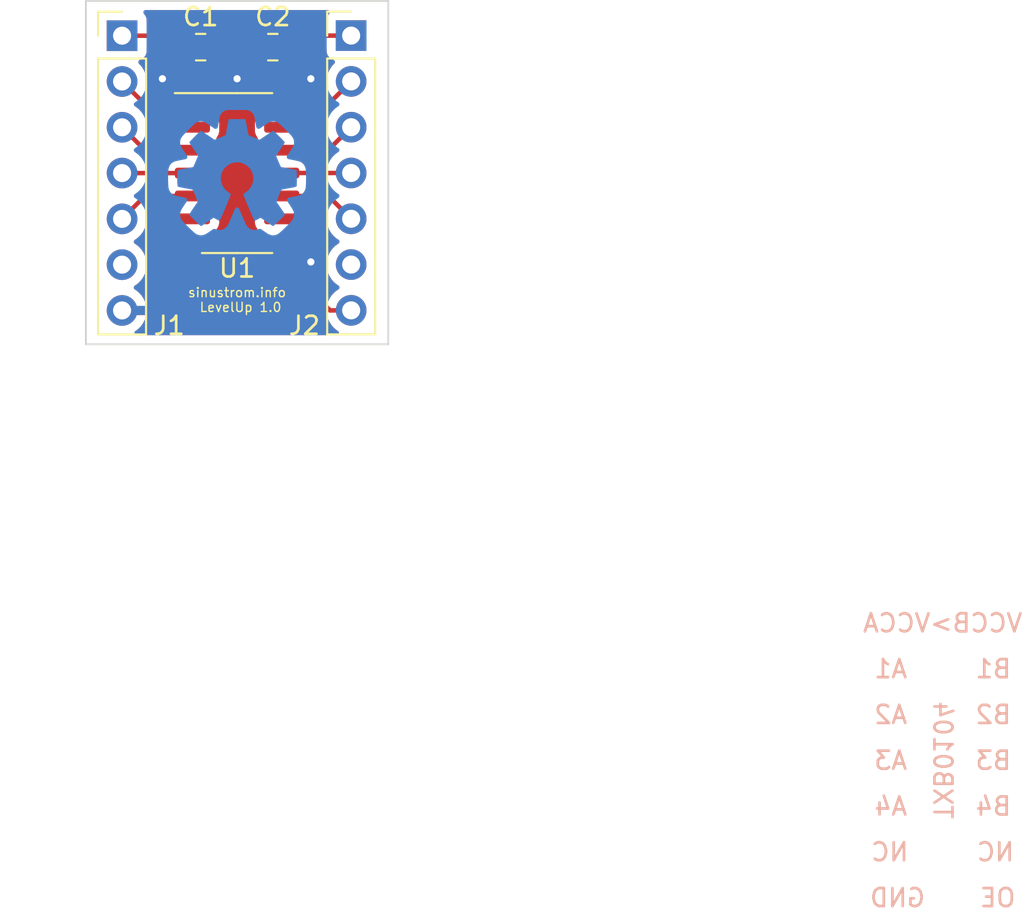
<source format=kicad_pcb>
(kicad_pcb (version 20211014) (generator pcbnew)
  (title_block (title "TXB0104-breakout") (date "2022-01-22") (rev "1.0") (company "sinustrom.info") (comment 1 "https://github.com/zpuskas/TXB0104-breakout") (comment 2 "Breadboard breakout") (comment 3 "Bidirectional Voltage-level Translator With Automatic Direction Sensing"))
  (layers (0 "F.Cu" signal) (31 "B.Cu" signal) (34 "B.Paste" user) (35 "F.Paste" user) (36 "B.SilkS" user "B.Silkscreen") (37 "F.SilkS" user "F.Silkscreen") (38 "B.Mask" user) (39 "F.Mask" user) (44 "Edge.Cuts" user))
  (net 0 "")
  (net 1 "+3V3")
  (net 2 "GND")
  (net 3 "+5V")
  (net 4 "/A1")
  (net 5 "/A2")
  (net 6 "/A3")
  (net 7 "/A4")
  (net 9 "/B1")
  (net 10 "/B2")
  (net 11 "/B3")
  (net 12 "/B4")
  (net 14 "/OE")
  (footprint "Capacitor_SMD:C_0805_2012Metric" (layer "F.Cu") (at 105.6772 58.9026)
    (fp_text reference "C1" (at 0 -1.68) (layer "F.SilkS"))
    (fp_text value "0.1u")
    (fp_line (start -0.261252 0.735) (end 0.261252 0.735) (layer "F.SilkS") (width 0.12))
    (fp_line (start -0.261252 -0.735) (end 0.261252 -0.735) (layer "F.SilkS") (width 0.12))
    (pad "1" smd roundrect (at -0.95 0) (size 1 1.45) (layers "F.Cu" "F.Paste" "F.Mask") (net 1 "+3V3"))
    (pad "2" smd roundrect (at 0.95 0) (size 1 1.45) (layers "F.Cu" "F.Paste" "F.Mask") (net 2 "GND"))
  )
  (footprint "Package_SO:SOIC-14_3.9x8.7mm_P1.27mm" (layer "F.Cu") (at 107.696 65.8876)
    (fp_text reference "U1" (at 0 5.28) (layer "F.SilkS"))
    (fp_text value "TXB0104D")
    (fp_line (start 0 4.435) (end 1.95 4.435) (layer "F.SilkS") (width 0.12))
    (fp_line (start 0 4.435) (end -1.95 4.435) (layer "F.SilkS") (width 0.12))
    (fp_line (start 0 -4.435) (end 1.95 -4.435) (layer "F.SilkS") (width 0.12))
    (fp_line (start 0 -4.435) (end -3.45 -4.435) (layer "F.SilkS") (width 0.12))
    (pad "1" smd roundrect (at -2.475 -3.81) (size 1.95 0.6) (layers "F.Cu" "F.Paste" "F.Mask") (net 1 "+3V3"))
    (pad "2" smd roundrect (at -2.475 -2.54) (size 1.95 0.6) (layers "F.Cu" "F.Paste" "F.Mask") (net 4 "/A1"))
    (pad "3" smd roundrect (at -2.475 -1.27) (size 1.95 0.6) (layers "F.Cu" "F.Paste" "F.Mask") (net 5 "/A2"))
    (pad "4" smd roundrect (at -2.475 0) (size 1.95 0.6) (layers "F.Cu" "F.Paste" "F.Mask") (net 6 "/A3"))
    (pad "5" smd roundrect (at -2.475 1.27) (size 1.95 0.6) (layers "F.Cu" "F.Paste" "F.Mask") (net 7 "/A4"))
    (pad "6" smd roundrect (at -2.475 2.54) (size 1.95 0.6) (layers "F.Cu" "F.Paste" "F.Mask"))
    (pad "7" smd roundrect (at -2.475 3.81) (size 1.95 0.6) (layers "F.Cu" "F.Paste" "F.Mask") (net 2 "GND"))
    (pad "8" smd roundrect (at 2.475 3.81) (size 1.95 0.6) (layers "F.Cu" "F.Paste" "F.Mask") (net 14 "/OE"))
    (pad "9" smd roundrect (at 2.475 2.54) (size 1.95 0.6) (layers "F.Cu" "F.Paste" "F.Mask"))
    (pad "10" smd roundrect (at 2.475 1.27) (size 1.95 0.6) (layers "F.Cu" "F.Paste" "F.Mask") (net 12 "/B4"))
    (pad "11" smd roundrect (at 2.475 0) (size 1.95 0.6) (layers "F.Cu" "F.Paste" "F.Mask") (net 11 "/B3"))
    (pad "12" smd roundrect (at 2.475 -1.27) (size 1.95 0.6) (layers "F.Cu" "F.Paste" "F.Mask") (net 10 "/B2"))
    (pad "13" smd roundrect (at 2.475 -2.54) (size 1.95 0.6) (layers "F.Cu" "F.Paste" "F.Mask") (net 9 "/B1"))
    (pad "14" smd roundrect (at 2.475 -3.81) (size 1.95 0.6) (layers "F.Cu" "F.Paste" "F.Mask") (net 3 "+5V"))
  )
  (footprint "Capacitor_SMD:C_0805_2012Metric" (layer "F.Cu") (at 109.6772 58.9026 180)
    (fp_text reference "C2" (at 0 1.68) (layer "F.SilkS"))
    (fp_text value "0.1u")
    (fp_line (start -0.261252 0.735) (end 0.261252 0.735) (layer "F.SilkS") (width 0.12))
    (fp_line (start -0.261252 -0.735) (end 0.261252 -0.735) (layer "F.SilkS") (width 0.12))
    (pad "1" smd roundrect (at -0.95 0 180) (size 1 1.45) (layers "F.Cu" "F.Paste" "F.Mask") (net 3 "+5V"))
    (pad "2" smd roundrect (at 0.95 0 180) (size 1 1.45) (layers "F.Cu" "F.Paste" "F.Mask") (net 2 "GND"))
  )
  (footprint "Connector_PinHeader_2.54mm:PinHeader_1x07_P2.54mm_Vertical" (layer "F.Cu") (at 101.3206 58.2676)
    (fp_text reference "J1" (at 2.6162 16.0782) (layer "F.SilkS"))
    (fp_text value "Conn_01x07_Male")
    (fp_line (start -1.33 -1.33) (end 0 -1.33) (layer "F.SilkS") (width 0.12))
    (fp_line (start -1.33 16.57) (end 1.33 16.57) (layer "F.SilkS") (width 0.12))
    (fp_line (start 1.33 1.27) (end 1.33 16.57) (layer "F.SilkS") (width 0.12))
    (fp_line (start -1.33 1.27) (end 1.33 1.27) (layer "F.SilkS") (width 0.12))
    (fp_line (start -1.33 1.27) (end -1.33 16.57) (layer "F.SilkS") (width 0.12))
    (fp_line (start -1.33 0) (end -1.33 -1.33) (layer "F.SilkS") (width 0.12))
    (pad "1" thru_hole rect (at 0 0) (size 1.7 1.7) (drill 1) (layers *.Cu *.Mask) (net 1 "+3V3"))
    (pad "2" thru_hole oval (at 0 2.54) (size 1.7 1.7) (drill 1) (layers *.Cu *.Mask) (net 4 "/A1"))
    (pad "3" thru_hole oval (at 0 5.08) (size 1.7 1.7) (drill 1) (layers *.Cu *.Mask) (net 5 "/A2"))
    (pad "4" thru_hole oval (at 0 7.62) (size 1.7 1.7) (drill 1) (layers *.Cu *.Mask) (net 6 "/A3"))
    (pad "5" thru_hole oval (at 0 10.16) (size 1.7 1.7) (drill 1) (layers *.Cu *.Mask) (net 7 "/A4"))
    (pad "6" thru_hole oval (at 0 12.7) (size 1.7 1.7) (drill 1) (layers *.Cu *.Mask))
    (pad "7" thru_hole oval (at 0 15.24) (size 1.7 1.7) (drill 1) (layers *.Cu *.Mask) (net 2 "GND"))
  )
  (footprint "Connector_PinHeader_2.54mm:PinHeader_1x07_P2.54mm_Vertical" (layer "F.Cu") (at 114.0206 58.2626)
    (fp_text reference "J2" (at -2.5908 16.0832) (layer "F.SilkS"))
    (fp_text value "Conn_01x07_Male")
    (fp_line (start -1.33 0) (end -1.33 -1.33) (layer "F.SilkS") (width 0.12))
    (fp_line (start -1.33 1.27) (end 1.33 1.27) (layer "F.SilkS") (width 0.12))
    (fp_line (start -1.33 -1.33) (end 0 -1.33) (layer "F.SilkS") (width 0.12))
    (fp_line (start -1.33 1.27) (end -1.33 16.57) (layer "F.SilkS") (width 0.12))
    (fp_line (start -1.33 16.57) (end 1.33 16.57) (layer "F.SilkS") (width 0.12))
    (fp_line (start 1.33 1.27) (end 1.33 16.57) (layer "F.SilkS") (width 0.12))
    (pad "1" thru_hole rect (at 0 0) (size 1.7 1.7) (drill 1) (layers *.Cu *.Mask) (net 3 "+5V"))
    (pad "2" thru_hole oval (at 0 2.54) (size 1.7 1.7) (drill 1) (layers *.Cu *.Mask) (net 9 "/B1"))
    (pad "3" thru_hole oval (at 0 5.08) (size 1.7 1.7) (drill 1) (layers *.Cu *.Mask) (net 10 "/B2"))
    (pad "4" thru_hole oval (at 0 7.62) (size 1.7 1.7) (drill 1) (layers *.Cu *.Mask) (net 11 "/B3"))
    (pad "5" thru_hole oval (at 0 10.16) (size 1.7 1.7) (drill 1) (layers *.Cu *.Mask) (net 12 "/B4"))
    (pad "6" thru_hole oval (at 0 12.7) (size 1.7 1.7) (drill 1) (layers *.Cu *.Mask))
    (pad "7" thru_hole oval (at 0 15.24) (size 1.7 1.7) (drill 1) (layers *.Cu *.Mask) (net 14 "/OE"))
  )
  (footprint "Symbol:OSHW-Symbol_6.7x6mm_Copper" (layer "B.Cu") (at 107.705251 65.876105 180)
    (fp_text reference "REF1" hide)
    (fp_text value "OSHW-Symbol_6.7x6mm_Copper" hide)
    (fp_poly (pts (xy 0.555814 2.531069) (xy 0.639635 2.086445) (xy 0.94892 1.958947) (xy 1.258206 1.831449) (xy 1.629246 2.083754) (xy 1.733157 2.154004) (xy 1.827087 2.216728) (xy 1.906652 2.269062) (xy 1.96747 2.308143) (xy 2.005157 2.331107) (xy 2.015421 2.336058) (xy 2.03391 2.323324) (xy 2.07342 2.288118) (xy 2.129522 2.234938) (xy 2.197787 2.168282) (xy 2.273786 2.092646) (xy 2.353092 2.012528) (xy 2.431275 1.932426) (xy 2.503907 1.856836) (xy 2.566559 1.790255) (xy 2.614803 1.737182) (xy 2.64421 1.702113) (xy 2.651241 1.690377) (xy 2.641123 1.66874) (xy 2.612759 1.621338) (xy 2.569129 1.552807) (xy 2.513218 1.467785) (xy 2.448006 1.370907) (xy 2.410219 1.31565) (xy 2.341343 1.214752) (xy 2.28014 1.123701) (xy 2.229578 1.04703) (xy 2.192628 0.989272) (xy 2.172258 0.954957) (xy 2.169197 0.947746) (xy 2.176136 0.927252) (xy 2.195051 0.879487) (xy 2.223087 0.811168) (xy 2.257391 0.729011) (xy 2.295109 0.63973) (xy 2.333387 0.550042) (xy 2.36937 0.466662) (xy 2.400206 0.396306) (xy 2.423039 0.34569) (xy 2.435017 0.321529) (xy 2.435724 0.320578) (xy 2.454531 0.315964) (xy 2.504618 0.305672) (xy 2.580793 0.290713) (xy 2.677865 0.272099) (xy 2.790643 0.250841) (xy 2.856442 0.238582) (xy 2.97695 0.215638) (xy 3.085797 0.193805) (xy 3.177476 0.174278) (xy 3.246481 0.158252) (xy 3.287304 0.146921) (xy 3.295511 0.143326) (xy 3.303548 0.118994) (xy 3.310033 0.064041) (xy 3.31497 -0.015108) (xy 3.318364 -0.112026) (xy 3.320218 -0.220287) (xy 3.320538 -0.333465) (xy 3.319327 -0.445135) (xy 3.31659 -0.548868) (xy 3.312331 -0.638241) (xy 3.306555 -0.706826) (xy 3.299267 -0.748197) (xy 3.294895 -0.75681) (xy 3.268764 -0.767133) (xy 3.213393 -0.781892) (xy 3.136107 -0.799352) (xy 3.04423 -0.81778) (xy 3.012158 -0.823741) (xy 2.857524 -0.852066) (xy 2.735375 -0.874876) (xy 2.641673 -0.89308) (xy 2.572384 -0.907583) (xy 2.523471 -0.919292) (xy 2.490897 -0.929115) (xy 2.470628 -0.937956) (xy 2.458626 -0.946724) (xy 2.456947 -0.948457) (xy 2.440184 -0.976371) (xy 2.414614 -1.030695) (xy 2.382788 -1.104777) (xy 2.34726 -1.191965) (xy 2.310583 -1.285608) (xy 2.275311 -1.379052) (xy 2.243996 -1.465647) (xy 2.219193 -1.53874) (xy 2.203454 -1.591678) (xy 2.199332 -1.617811) (xy 2.199676 -1.618726) (xy 2.213641 -1.640086) (xy 2.245322 -1.687084) (xy 2.291391 -1.754827) (xy 2.348518 -1.838423) (xy 2.413373 -1.932982) (xy 2.431843 -1.959854) (xy 2.497699 -2.057275) (xy 2.55565 -2.146163) (xy 2.602538 -2.221412) (xy 2.635207 -2.27792) (xy 2.6505 -2.310581) (xy 2.651241 -2.314593) (xy 2.638392 -2.335684) (xy 2.602888 -2.377464) (xy 2.549293 -2.435445) (xy 2.482171 -2.505135) (xy 2.406087 -2.582045) (xy 2.325604 -2.661683) (xy 2.245287 -2.739561) (xy 2.169699 -2.811186) (xy 2.103405 -2.87207) (xy 2.050969 -2.917721) (xy 2.016955 -2.94365) (xy 2.007545 -2.947883) (xy 1.985643 -2.937912) (xy 1.9408 -2.91102) (xy 1.880321 -2.871736) (xy 1.833789 -2.840117) (xy 1.749475 -2.782098) (xy 1.649626 -2.713784) (xy 1.549473 -2.645579) (xy 1.495627 -2.609075) (xy 1.313371 -2.4858) (xy 1.160381 -2.56852) (xy 1.090682 -2.604759) (xy 1.031414 -2.632926) (xy 0.991311 -2.648991) (xy 0.981103 -2.651226) (xy 0.968829 -2.634722) (xy 0.944613 -2.588082) (xy 0.910263 -2.515609) (xy 0.867588 -2.421606) (xy 0.818394 -2.310374) (xy 0.76449 -2.186215) (xy 0.707684 -2.053432) (xy 0.649782 -1.916327) (xy 0.592593 -1.779202) (xy 0.537924 -1.646358) (xy 0.487584 -1.522098) (xy 0.44338 -1.410725) (xy 0.407119 -1.316539) (xy 0.380609 -1.243844) (xy 0.365658 -1.196941) (xy 0.363254 -1.180833) (xy 0.382311 -1.160286) (xy 0.424036 -1.126933) (xy 0.479706 -1.087702) (xy 0.484378 -1.084599) (xy 0.628264 -0.969423) (xy 0.744283 -0.835053) (xy 0.83143 -0.685784) (xy 0.888699 -0.525913) (xy 0.915086 -0.359737) (xy 0.909585 -0.191552) (xy 0.87119 -0.025655) (xy 0.798895 0.133658) (xy 0.777626 0.168513) (xy 0.666996 0.309263) (xy 0.536302 0.422286) (xy 0.390064 0.506997) (xy 0.232808 0.562806) (xy 0.069057 0.589126) (xy -0.096667 0.58537) (xy -0.259838 0.55095) (xy -0.415935 0.485277) (xy -0.560433 0.387765) (xy -0.605131 0.348187) (xy -0.718888 0.224297) (xy -0.801782 0.093876) (xy -0.858644 -0.052315) (xy -0.890313 -0.197088) (xy -0.898131 -0.35986) (xy -0.872062 -0.52344) (xy -0.814755 -0.682298) (xy -0.728856 -0.830906) (xy -0.617014 -0.963735) (xy -0.481877 -1.075256) (xy -0.464117 -1.087011) (xy -0.40785 -1.125508) (xy -0.365077 -1.158863) (xy -0.344628 -1.18016) (xy -0.344331 -1.180833) (xy -0.348721 -1.203871) (xy -0.366124 -1.256157) (xy -0.394732 -1.33339) (xy -0.432735 -1.431268) (xy -0.478326 -1.545491) (xy -0.529697 -1.671758) (xy -0.585038 -1.805767) (xy -0.642542 -1.943218) (xy -0.700399 -2.079808) (xy -0.756802 -2.211237) (xy -0.809942 -2.333205) (xy -0.85801 -2.441409) (xy -0.899199 -2.531549) (xy -0.931699 -2.599323) (xy -0.953703 -2.64043) (xy -0.962564 -2.651226) (xy -0.98964 -2.642819) (xy -1.040303 -2.620272) (xy -1.105817 -2.587613) (xy -1.141841 -2.56852) (xy -1.294832 -2.4858) (xy -1.477088 -2.609075) (xy -1.570125 -2.672228) (xy -1.671985 -2.741727) (xy -1.767438 -2.807165) (xy -1.81525 -2.840117) (xy -1.882495 -2.885273) (xy -1.939436 -2.921057) (xy -1.978646 -2.942938) (xy -1.991381 -2.947563) (xy -2.009917 -2.935085) (xy -2.050941 -2.900252) (xy -2.110475 -2.846678) (xy -2.184542 -2.777983) (xy -2.269165 -2.697781) (xy -2.322685 -2.646286) (xy -2.416319 -2.554286) (xy -2.497241 -2.471999) (xy -2.562177 -2.402945) (xy -2.607858 -2.350644) (xy -2.631011 -2.318616) (xy -2.633232 -2.312116) (xy -2.622924 -2.287394) (xy -2.594439 -2.237405) (xy -2.550937 -2.167212) (xy -2.495577 -2.081875) (xy -2.43152 -1.986456) (xy -2.413303 -1.959854) (xy -2.346927 -1.863167) (xy -2.287378 -1.776117) (xy -2.237984 -1.703595) (xy -2.202075 -1.650493) (xy -2.182981 -1.621703) (xy -2.181136 -1.618726) (xy -2.183895 -1.595782) (xy -2.198538 -1.545336) (xy -2.222513 -1.474041) (xy -2.253266 -1.388547) (xy -2.288244 -1.295507) (xy -2.324893 -1.201574) (xy -2.360661 -1.113399) (xy -2.392994 -1.037634) (xy -2.419338 -0.980931) (xy -2.437142 -0.949943) (xy -2.438407 -0.948457) (xy -2.449294 -0.939601) (xy -2.467682 -0.930843) (xy -2.497606 -0.921277) (xy -2.543103 -0.909996) (xy -2.608209 -0.896093) (xy -2.696961 -0.878663) (xy -2.813393 -0.856798) (xy -2.961542 -0.829591) (xy -2.993618 -0.823741) (xy -3.088686 -0.805374) (xy -3.171565 -0.787405) (xy -3.23493 -0.771569) (xy -3.271458 -0.7596) (xy -3.276356 -0.75681) (xy -3.284427 -0.732072) (xy -3.290987 -0.67679) (xy -3.296033 -0.597389) (xy -3.299559 -0.500296) (xy -3.301561 -0.391938) (xy -3.302036 -0.27874) (xy -3.300977 -0.167128) (xy -3.298382 -0.063529) (xy -3.294246 0.025632) (xy -3.288563 0.093928) (xy -3.281331 0.134934) (xy -3.276971 0.143326) (xy -3.252698 0.151792) (xy -3.197426 0.165565) (xy -3.116662 0.18345) (xy -3.015912 0.204252) (xy -2.900683 0.226777) (xy -2.837902 0.238582) (xy -2.718787 0.260849) (xy -2.612565 0.281021) (xy -2.524427 0.298085) (xy -2.459566 0.311031) (xy -2.423174 0.318845) (xy -2.417184 0.320578) (xy -2.407061 0.34011) (xy -2.385662 0.387157) (xy -2.355839 0.454997) (xy -2.320445 0.536909) (xy -2.282332 0.626172) (xy -2.244353 0.716065) (xy -2.20936 0.799865) (xy -2.180206 0.870853) (xy -2.159743 0.922306) (xy -2.150823 0.947503) (xy -2.150657 0.948604) (xy -2.160769 0.968481) (xy -2.189117 1.014223) (xy -2.232723 1.081283) (xy -2.288606 1.165116) (xy -2.353787 1.261174) (xy -2.391679 1.31635) (xy -2.460725 1.417519) (xy -2.52205 1.50937) (xy -2.572663 1.587256) (xy -2.609571 1.646531) (xy -2.629782 1.682549) (xy -2.632701 1.690623) (xy -2.620153 1.709416) (xy -2.585463 1.749543) (xy -2.533063 1.806507) (xy -2.467384 1.875815) (xy -2.392856 1.952969) (xy -2.313913 2.033475) (xy -2.234983 2.112837) (xy -2.1605 2.18656) (xy -2.094894 2.250148) (xy -2.042596 2.299106) (xy -2.008039 2.328939) (xy -1.996478 2.336058) (xy -1.977654 2.326047) (xy -1.932631 2.297922) (xy -1.865787 2.254546) (xy -1.781499 2.198782) (xy -1.684144 2.133494) (xy -1.610707 2.083754) (xy -1.239667 1.831449) (xy -0.621095 2.086445) (xy -0.537275 2.531069) (xy -0.453454 2.975693) (xy 0.471994 2.975693) (xy 0.555814 2.531069)) (layer "B.Cu") (width 0.01) (fill solid))
  )
  (gr_rect (start 99.314 56.3372) (end 116.078 75.3872) (layer "Edge.Cuts") (width 0.1) (fill none))
  (gr_text "TXB0104" (at 146.812 98.4504 270) (layer "B.SilkS") (effects (font (size 1 1)) (justify mirror)))
  (gr_text "NC     NC" (at 146.812 103.550796) (layer "B.SilkS") (effects (font (size 1 1)) (justify mirror)))
  (gr_text "B1     A1" (at 146.812 93.390796) (layer "B.SilkS") (effects (font (size 1 1)) (justify mirror)))
  (gr_text "VCCB>VCCA" (at 146.812 90.8508) (layer "B.SilkS") (effects (font (size 1 1)) (justify mirror)))
  (gr_text "B4     A4" (at 146.812 101.010796) (layer "B.SilkS") (effects (font (size 1 1)) (justify mirror)))
  (gr_text "B2     A2" (at 146.812 95.930796) (layer "B.SilkS") (effects (font (size 1 1)) (justify mirror)))
  (gr_text "B3     A3" (at 146.812 98.470796) (layer "B.SilkS") (effects (font (size 1 1)) (justify mirror)))
  (gr_text "OE    GND" (at 146.812 106.090796) (layer "B.SilkS") (effects (font (size 1 1)) (justify mirror)))
  (gr_text "sinustrom.info\n LevelUp 1.0" (at 107.696 72.9234) (layer "F.SilkS") (effects (font (size 0.508 0.508) (thickness 0.0762))))
  (segment (start 101.3206 58.2676) (end 104.0922 58.2676) (width 0.25) (layer "F.Cu") (net 1))
  (segment (start 104.7272 62.0044) (end 104.7272 58.9026) (width 0.25) (layer "F.Cu") (net 1))
  (segment (start 104.8004 62.0776) (end 104.7272 62.0044) (width 0.25) (layer "F.Cu") (net 1))
  (segment (start 105.221 62.0776) (end 104.8004 62.0776) (width 0.25) (layer "F.Cu") (net 1))
  (segment (start 104.0922 58.2676) (end 104.7272 58.9026) (width 0.25) (layer "F.Cu") (net 1))
  (via (at 103.5558 60.6552) (size 0.8) (drill 0.4) (layers "F.Cu" "B.Cu") (net 2))
  (via (at 107.696 60.6552) (size 0.8) (drill 0.4) (layers "F.Cu" "B.Cu") (net 2))
  (via (at 111.7854 60.6552) (size 0.8) (drill 0.4) (layers "F.Cu" "B.Cu") (net 2))
  (via (at 111.7854 70.8152) (size 0.8) (drill 0.4) (layers "F.Cu" "B.Cu") (net 2))
  (segment (start 114.0206 58.2626) (end 111.2672 58.2626) (width 0.25) (layer "F.Cu") (net 3))
  (segment (start 111.2672 58.2626) (end 110.6272 58.9026) (width 0.25) (layer "F.Cu") (net 3))
  (segment (start 110.5916 62.0776) (end 110.6272 62.042) (width 0.25) (layer "F.Cu") (net 3))
  (segment (start 110.6272 62.042) (end 110.6272 58.9026) (width 0.25) (layer "F.Cu") (net 3))
  (segment (start 110.171 62.0776) (end 110.5916 62.0776) (width 0.25) (layer "F.Cu") (net 3))
  (segment (start 103.8606 63.3476) (end 101.3206 60.8076) (width 0.25) (layer "F.Cu") (net 4))
  (segment (start 105.221 63.3476) (end 103.8606 63.3476) (width 0.25) (layer "F.Cu") (net 4))
  (segment (start 102.5906 64.6176) (end 101.3206 63.3476) (width 0.25) (layer "F.Cu") (net 5))
  (segment (start 105.221 64.6176) (end 102.5906 64.6176) (width 0.25) (layer "F.Cu") (net 5))
  (segment (start 105.221 65.8876) (end 101.3206 65.8876) (width 0.25) (layer "F.Cu") (net 6))
  (segment (start 102.5906 67.1576) (end 101.3206 68.4276) (width 0.25) (layer "F.Cu") (net 7))
  (segment (start 105.221 67.1576) (end 102.5906 67.1576) (width 0.25) (layer "F.Cu") (net 7))
  (segment (start 111.4756 63.3476) (end 114.0206 60.8026) (width 0.25) (layer "F.Cu") (net 9))
  (segment (start 110.171 63.3476) (end 111.4756 63.3476) (width 0.25) (layer "F.Cu") (net 9))
  (segment (start 112.7456 64.6176) (end 114.0206 63.3426) (width 0.25) (layer "F.Cu") (net 10))
  (segment (start 110.171 64.6176) (end 112.7456 64.6176) (width 0.25) (layer "F.Cu") (net 10))
  (segment (start 110.171 65.8876) (end 110.176 65.8826) (width 0.25) (layer "F.Cu") (net 11))
  (segment (start 110.176 65.8826) (end 114.0206 65.8826) (width 0.25) (layer "F.Cu") (net 11))
  (segment (start 112.7556 67.1576) (end 114.0206 68.4226) (width 0.25) (layer "F.Cu") (net 12))
  (segment (start 110.171 67.1576) (end 112.7556 67.1576) (width 0.25) (layer "F.Cu") (net 12))
  (segment (start 112.8472 73.5026) (end 110.171 70.8264) (width 0.25) (layer "F.Cu") (net 14))
  (segment (start 114.0206 73.5026) (end 112.8472 73.5026) (width 0.25) (layer "F.Cu") (net 14))
  (segment (start 110.171 70.8264) (end 110.171 69.6976) (width 0.25) (layer "F.Cu") (net 14))
  (zone (net 2) (net_name "GND") (layer "F.Cu") (connect_pads (clearance 0.508)) (min_thickness 0.254) (fill yes (thermal_gap 0.508) (thermal_bridge_width 0.508))
    (polygon (pts (xy 116.078 75.3872) (xy 99.314 75.3872) (xy 99.314 56.3372) (xy 116.078 56.3372)))
  )
  (zone (net 2) (net_name "GND") (layer "B.Cu") (connect_pads (clearance 0.508)) (min_thickness 0.254) (fill yes (thermal_gap 0.508) (thermal_bridge_width 0.508))
    (polygon (pts (xy 116.078 75.3872) (xy 99.314 75.3872) (xy 99.314 56.3372) (xy 116.078 56.3372)))
  )
)
</source>
